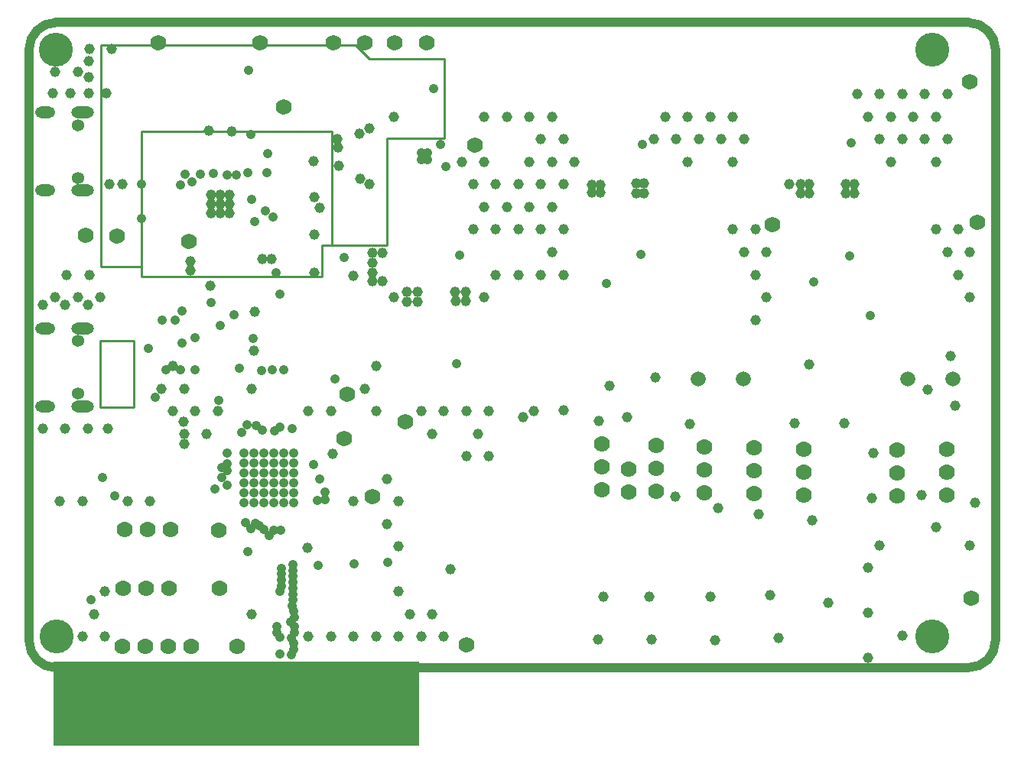
<source format=gbr>
%TF.GenerationSoftware,Altium Limited,Altium Designer,25.6.2 (33)*%
G04 Layer_Physical_Order=3*
G04 Layer_Color=128*
%FSLAX45Y45*%
%MOMM*%
%TF.SameCoordinates,2E975FAE-7BB7-4674-B285-B64E5795C48D*%
%TF.FilePolarity,Negative*%
%TF.FileFunction,Copper,L3,Inr,Plane*%
%TF.Part,Single*%
G01*
G75*
%TA.AperFunction,NonConductor*%
%ADD86C,1.01600*%
%ADD87C,0.25400*%
%ADD88R,40.57961X9.30000*%
%TA.AperFunction,ComponentPad*%
%ADD89C,1.76200*%
%ADD90C,1.77800*%
%ADD91C,1.66200*%
%ADD92C,1.36200*%
%ADD93O,2.51200X1.31200*%
%ADD94O,2.21200X1.31200*%
%TA.AperFunction,ViaPad*%
%ADD95C,1.16200*%
%ADD96C,1.06200*%
%ADD97C,1.06680*%
%TA.AperFunction,ComponentPad*%
%ADD98C,3.76200*%
D86*
X300000Y6300000D02*
G03*
X0Y6000000I0J-300000D01*
G01*
X10700000D02*
G03*
X10400000Y6300000I-300000J0D01*
G01*
Y-850000D02*
G03*
X10700000Y-550000I0J300000D01*
G01*
X0D02*
G03*
X300000Y-850000I300000J0D01*
G01*
X0Y-550000D02*
Y6000000D01*
X300000Y6300000D02*
X10400000D01*
X10700000Y-550000D02*
Y6000000D01*
X4011014Y-850000D02*
X10400000D01*
X3261014Y-1600000D02*
X4011014Y-850000D01*
X1175288Y-1600000D02*
X3261014D01*
X425287Y-850000D02*
X1175288Y-1600000D01*
X300000Y-850000D02*
X425287D01*
D87*
X3354912Y3830371D02*
Y3900769D01*
X3240000Y3830371D02*
X3354912D01*
X3240000Y3763530D02*
Y3830371D01*
Y3480371D02*
Y3770988D01*
X1242263Y3480371D02*
X3240000D01*
X1242263D02*
Y3596288D01*
X3617661Y6047252D02*
X3764912Y5900000D01*
X1242263Y3596288D02*
Y3900000D01*
X800000Y3596288D02*
Y3900000D01*
X1131697Y3596288D02*
X1242263D01*
X800000D02*
X910566D01*
X784913Y2038632D02*
X1163632D01*
Y2770000D01*
X784913D02*
X1163632D01*
X784913Y2038632D02*
Y2770000D01*
X3960000Y3830371D02*
Y5020000D01*
X4600000D01*
Y5900000D01*
X3764912D02*
X4600000D01*
X910566Y3596288D02*
X1131697D01*
X1242263Y3900000D02*
Y5096938D01*
X3354912D01*
Y3885901D02*
Y5096938D01*
Y3830371D02*
X3960000D01*
X800000Y6047252D02*
X3617661D01*
X800000Y3900000D02*
Y6047252D01*
D88*
X2297873Y-1250695D02*
D03*
D89*
X10416440Y5647440D02*
D03*
X10430000Y-83910D02*
D03*
X4840000Y-600000D02*
D03*
X2554913Y6075156D02*
D03*
X1434065D02*
D03*
X2823006Y5365700D02*
D03*
X978033Y3935931D02*
D03*
X1766667Y3875000D02*
D03*
X3373223Y6075156D02*
D03*
X4050000D02*
D03*
X3714912D02*
D03*
X4404100D02*
D03*
X4168143Y1879824D02*
D03*
X3803662Y1044851D02*
D03*
X3491264Y1693058D02*
D03*
X4938290Y4943371D02*
D03*
X3524073Y2178717D02*
D03*
X8230000Y4060000D02*
D03*
X10500000Y4087440D02*
D03*
X630584Y3945371D02*
D03*
D90*
X2108586Y26254D02*
D03*
X1554390D02*
D03*
X1046390D02*
D03*
X1300390D02*
D03*
X2100695Y674137D02*
D03*
X1563057Y680688D02*
D03*
X1055057D02*
D03*
X1309057D02*
D03*
X2302695Y-610006D02*
D03*
X1794695D02*
D03*
X1540695D02*
D03*
X1286695D02*
D03*
X1032695D02*
D03*
X10164062Y1570269D02*
D03*
Y1062269D02*
D03*
Y1316269D02*
D03*
X9608463Y1560269D02*
D03*
Y1052269D02*
D03*
Y1306269D02*
D03*
X8579212Y1572361D02*
D03*
Y1064361D02*
D03*
Y1318361D02*
D03*
X8028904Y1589030D02*
D03*
Y1081030D02*
D03*
Y1335030D02*
D03*
X7478904Y1594029D02*
D03*
Y1086029D02*
D03*
Y1340029D02*
D03*
X6939904Y1609529D02*
D03*
Y1101529D02*
D03*
Y1355529D02*
D03*
X6636904Y1351151D02*
D03*
Y1097151D02*
D03*
X6342500Y1626173D02*
D03*
Y1118173D02*
D03*
Y1372173D02*
D03*
D91*
X7908000Y2349992D02*
D03*
X7408000D02*
D03*
X10230000D02*
D03*
X9730000D02*
D03*
D92*
X544912Y4580372D02*
D03*
Y5160371D02*
D03*
X544913Y2190000D02*
D03*
Y2770000D02*
D03*
D93*
X594912Y5302872D02*
D03*
Y4437871D02*
D03*
X594912Y2912500D02*
D03*
Y2047500D02*
D03*
D94*
X174912Y4437871D02*
D03*
Y5302872D02*
D03*
X174913Y2047500D02*
D03*
Y2912500D02*
D03*
D95*
X3154831Y3526289D02*
D03*
Y3951289D02*
D03*
X3591840Y3492619D02*
D03*
X3360000Y1520000D02*
D03*
X4670000Y240000D02*
D03*
X4041439Y5255419D02*
D03*
X3764912Y5128371D02*
D03*
X3664929Y4569971D02*
D03*
X3764912Y4508371D02*
D03*
X3841840Y2492619D02*
D03*
X4723353Y3215372D02*
D03*
X4720000Y3314817D02*
D03*
X3654912Y5068371D02*
D03*
X3841840Y1992619D02*
D03*
X3716840Y2242619D02*
D03*
X4466840Y1742619D02*
D03*
X4341840Y1992619D02*
D03*
X4591840D02*
D03*
X4301176Y3205770D02*
D03*
Y3314817D02*
D03*
X4184881Y3311125D02*
D03*
X1709447Y1879824D02*
D03*
X1715433Y1626173D02*
D03*
X5591840Y1992619D02*
D03*
X5091840D02*
D03*
X4966840Y1742619D02*
D03*
X5091840Y1492619D02*
D03*
X4841840Y1992619D02*
D03*
Y1492619D02*
D03*
X4466840Y-257381D02*
D03*
X4591840Y-507381D02*
D03*
X4216840Y-257381D02*
D03*
X4341840Y-507381D02*
D03*
X3966840Y1242619D02*
D03*
X4091840Y992619D02*
D03*
X3966840Y742619D02*
D03*
X4091840Y492619D02*
D03*
Y-7381D02*
D03*
Y-507381D02*
D03*
X3841840D02*
D03*
X3591840Y992619D02*
D03*
Y-507381D02*
D03*
X3216840Y4242619D02*
D03*
X3341840Y1992619D02*
D03*
Y-507381D02*
D03*
X3091840Y1992619D02*
D03*
Y-507381D02*
D03*
X2466840Y2242619D02*
D03*
Y-257381D02*
D03*
X2091840Y1992619D02*
D03*
X1966840Y1742619D02*
D03*
X1716840Y2242619D02*
D03*
X1841840Y1992619D02*
D03*
X1716840Y1742619D02*
D03*
X1591840Y2492619D02*
D03*
X1466840Y2242619D02*
D03*
X1591840Y1992619D02*
D03*
X1341840Y992619D02*
D03*
X1091840D02*
D03*
X841840Y-7381D02*
D03*
X716840Y-257381D02*
D03*
X841840Y-507381D02*
D03*
X591840Y992619D02*
D03*
Y-507381D02*
D03*
X341840Y992619D02*
D03*
X2489912Y2663581D02*
D03*
X2494813Y3091294D02*
D03*
X3425543Y4918371D02*
D03*
X3429964Y4713371D02*
D03*
X8635000Y2512969D02*
D03*
X6937500Y2362500D02*
D03*
X6309984Y1884138D02*
D03*
X6622212Y1924138D02*
D03*
X7318204Y1849139D02*
D03*
X8475218Y1860000D02*
D03*
X9022683D02*
D03*
X8668514Y780000D02*
D03*
X8076144Y850000D02*
D03*
X7153920Y1043971D02*
D03*
X7626940Y915073D02*
D03*
X6357193Y-60163D02*
D03*
X6871380Y-59707D02*
D03*
X7547428D02*
D03*
X8208182Y-50000D02*
D03*
X8844917Y-130000D02*
D03*
X8301587Y-517236D02*
D03*
X7596341Y-549984D02*
D03*
X6896828Y-534141D02*
D03*
X6299424D02*
D03*
X9333145Y1025977D02*
D03*
X10041440Y711020D02*
D03*
X9952683Y2230000D02*
D03*
X9350000Y1529285D02*
D03*
X9885183Y1062269D02*
D03*
X10470000Y976717D02*
D03*
X10207138Y2600000D02*
D03*
X10253364Y2050000D02*
D03*
X8041440Y4005419D02*
D03*
X8166440Y3755419D02*
D03*
X8041440Y3505419D02*
D03*
X8166440Y3255419D02*
D03*
X8041440Y3005419D02*
D03*
X7791440Y4005419D02*
D03*
X7916440Y3755419D02*
D03*
X10291440Y4005419D02*
D03*
X10416440Y3755419D02*
D03*
X10291440Y3505419D02*
D03*
X10416440Y3255419D02*
D03*
X10041440Y4005419D02*
D03*
X10166440Y3755419D02*
D03*
X10416440Y505419D02*
D03*
X10166440Y5505419D02*
D03*
X10041440Y5255419D02*
D03*
X10166440Y5005419D02*
D03*
X10041440Y4755419D02*
D03*
X9916440Y5505419D02*
D03*
X9791440Y5255419D02*
D03*
X9916440Y5005419D02*
D03*
X9666440Y5505419D02*
D03*
X9541440Y5255419D02*
D03*
X9666440Y5005419D02*
D03*
X9541440Y4755419D02*
D03*
X9666440Y-494581D02*
D03*
X9416440Y5505419D02*
D03*
X9291440Y5255419D02*
D03*
X9416440Y5005419D02*
D03*
Y505419D02*
D03*
X9291440Y255419D02*
D03*
Y-244581D02*
D03*
Y-744581D02*
D03*
X9166440Y5505419D02*
D03*
X8416440Y4505419D02*
D03*
X7791440Y5255419D02*
D03*
X7916440Y5005419D02*
D03*
X7791440Y4755419D02*
D03*
X7541440Y5255419D02*
D03*
X7666440Y5005419D02*
D03*
X7291440Y5255419D02*
D03*
X7416440Y5005419D02*
D03*
X7291440Y4755419D02*
D03*
X7041440Y5255419D02*
D03*
X7166440Y5005419D02*
D03*
X6916440D02*
D03*
X6041440Y4755419D02*
D03*
X5791440Y5255419D02*
D03*
X5916440Y5005419D02*
D03*
X5791440Y4755419D02*
D03*
X5916440Y4505419D02*
D03*
X5791440Y4255419D02*
D03*
X5916440Y4005419D02*
D03*
X5791440Y3755419D02*
D03*
X5916440Y3505419D02*
D03*
Y2005419D02*
D03*
X5541440Y5255419D02*
D03*
X5666440Y5005419D02*
D03*
X5541440Y4755419D02*
D03*
X5666440Y4505419D02*
D03*
X5541440Y4255419D02*
D03*
X5666440Y4005419D02*
D03*
Y3505419D02*
D03*
X5291440Y5255419D02*
D03*
X5416440Y4505419D02*
D03*
X5291440Y4255419D02*
D03*
X5416440Y4005419D02*
D03*
Y3505419D02*
D03*
X5041439Y5255419D02*
D03*
Y4755419D02*
D03*
X5166440Y4505419D02*
D03*
X5041439Y4255419D02*
D03*
X5166440Y4005419D02*
D03*
Y3505419D02*
D03*
X5041439Y3255419D02*
D03*
X4791439Y4755419D02*
D03*
X4916439Y4505419D02*
D03*
Y4005419D02*
D03*
X4041439Y3255419D02*
D03*
X3416439Y5005419D02*
D03*
X916439Y6005419D02*
D03*
X791439Y3255419D02*
D03*
X666439Y6005419D02*
D03*
X541439Y5755419D02*
D03*
X666439Y3505419D02*
D03*
X541439Y3255419D02*
D03*
X291439Y5755419D02*
D03*
X416439Y3505419D02*
D03*
X291439Y3255419D02*
D03*
X6804948Y4403210D02*
D03*
Y4516755D02*
D03*
X6720000Y4403210D02*
D03*
X6720500Y4516755D02*
D03*
X6235000Y4418354D02*
D03*
Y4497440D02*
D03*
X6329560Y4418354D02*
D03*
Y4497440D02*
D03*
X8545000Y4410000D02*
D03*
Y4505000D02*
D03*
X8635000Y4410000D02*
D03*
X8636278Y4510000D02*
D03*
X9135000Y4410000D02*
D03*
Y4505000D02*
D03*
X9046341Y4410000D02*
D03*
Y4510000D02*
D03*
X4839490Y3215372D02*
D03*
Y3311125D02*
D03*
X4184881Y3205770D02*
D03*
X3800000Y3750000D02*
D03*
X2243481Y5096938D02*
D03*
X1784412Y3555371D02*
D03*
Y3655371D02*
D03*
X2114912Y4190372D02*
D03*
X2014912Y4290372D02*
D03*
Y4390371D02*
D03*
X5469104Y1924138D02*
D03*
X3800000Y3530000D02*
D03*
Y3640000D02*
D03*
X3910000Y3430000D02*
D03*
X3800000D02*
D03*
X3910000Y3750000D02*
D03*
X875000Y1800000D02*
D03*
X650000D02*
D03*
X400000D02*
D03*
X150000D02*
D03*
X650000Y3175000D02*
D03*
X400000D02*
D03*
X150000D02*
D03*
X3083880Y475438D02*
D03*
X6425000Y2270000D02*
D03*
X2004912Y3385371D02*
D03*
X2584912Y3680372D02*
D03*
X2684912D02*
D03*
X859912Y5520371D02*
D03*
X659912D02*
D03*
Y5695372D02*
D03*
Y5870372D02*
D03*
X459912Y5520371D02*
D03*
X3152331Y4765371D02*
D03*
X3157331Y4362872D02*
D03*
X2114912Y4290372D02*
D03*
X2214912D02*
D03*
Y4190372D02*
D03*
X2014912D02*
D03*
X2114912Y4390371D02*
D03*
X2214912D02*
D03*
X1989481Y5098851D02*
D03*
X259912Y5520371D02*
D03*
X889912Y4509972D02*
D03*
X1037712Y4505371D02*
D03*
D96*
X3387447Y2352796D02*
D03*
X2456848Y5055371D02*
D03*
X4480550Y5565119D02*
D03*
X2417117Y1839490D02*
D03*
X2917301Y1797917D02*
D03*
X2132764Y1255579D02*
D03*
X2062412Y1134083D02*
D03*
X3276359Y1098148D02*
D03*
X2601283Y677901D02*
D03*
X2711973Y672576D02*
D03*
X2788814D02*
D03*
X2656283Y618131D02*
D03*
X2420000Y440000D02*
D03*
X2550853Y728206D02*
D03*
X2396297Y754907D02*
D03*
X2456283Y693185D02*
D03*
X2503405Y753639D02*
D03*
X3192161Y1003335D02*
D03*
X3276359Y1013032D02*
D03*
X2356137Y1754558D02*
D03*
X2516347Y1832864D02*
D03*
X2586037Y1778649D02*
D03*
X2716109Y1774490D02*
D03*
X2776283Y1816988D02*
D03*
X3216840Y1242619D02*
D03*
X817212Y1255579D02*
D03*
X2697964Y4144280D02*
D03*
X2618313Y4211593D02*
D03*
X2639912Y4845372D02*
D03*
X2931283Y976139D02*
D03*
X2821283D02*
D03*
X2711283D02*
D03*
X2601283D02*
D03*
X2491283D02*
D03*
X2381283D02*
D03*
X2931283Y1086139D02*
D03*
X2821283D02*
D03*
X2711283D02*
D03*
X2601283D02*
D03*
X2491283D02*
D03*
X2381283D02*
D03*
X2931283Y1196139D02*
D03*
X2821283D02*
D03*
X2711283D02*
D03*
X2601283D02*
D03*
X2491283D02*
D03*
X2381283D02*
D03*
X2931283Y1306139D02*
D03*
X2821283D02*
D03*
X2711283D02*
D03*
X2601283D02*
D03*
X2491283D02*
D03*
X2381283D02*
D03*
X2931283Y1416139D02*
D03*
X2821283D02*
D03*
X2711283D02*
D03*
X2601283D02*
D03*
X2491283D02*
D03*
X2381283D02*
D03*
X2931283Y1526139D02*
D03*
X2821283D02*
D03*
X2711283D02*
D03*
X2601283D02*
D03*
X2491283D02*
D03*
X2381283D02*
D03*
X2132764Y1370979D02*
D03*
X3148783Y1405171D02*
D03*
X4559194Y4946931D02*
D03*
X8690812Y3422440D02*
D03*
X9310000Y3050000D02*
D03*
X3973156Y320901D02*
D03*
X3199847Y287386D02*
D03*
X687412Y-93636D02*
D03*
X2746870Y-391942D02*
D03*
X2745542Y-457328D02*
D03*
X2778598Y-513759D02*
D03*
X2778598Y-701560D02*
D03*
X2906709Y-707511D02*
D03*
X2929767Y-646311D02*
D03*
Y-580911D02*
D03*
X2906709Y-519711D02*
D03*
X2938936Y-462803D02*
D03*
X2939528Y-397405D02*
D03*
X2900369Y-345025D02*
D03*
X2792228Y253653D02*
D03*
Y188253D02*
D03*
Y122853D02*
D03*
Y57453D02*
D03*
X2777663Y-6305D02*
D03*
X2939769Y-291402D02*
D03*
X2934311Y-226230D02*
D03*
X2914880Y-163783D02*
D03*
X2924767Y-99135D02*
D03*
X2920398Y-33881D02*
D03*
X2920338Y31519D02*
D03*
Y96919D02*
D03*
Y162319D02*
D03*
Y227719D02*
D03*
Y293119D02*
D03*
X3491264Y3696221D02*
D03*
X3596173Y298036D02*
D03*
X1731712Y4619031D02*
D03*
X2041481Y4626405D02*
D03*
X1901481Y4617319D02*
D03*
X1804912Y4538371D02*
D03*
X2191481Y4613451D02*
D03*
X2434896Y5770000D02*
D03*
X1680000Y4500371D02*
D03*
X1690000Y2745000D02*
D03*
X2331481Y2466250D02*
D03*
X2014591Y3197857D02*
D03*
X1839555Y2809982D02*
D03*
X1400000Y2148717D02*
D03*
X1475570Y3005000D02*
D03*
X1690000Y3100371D02*
D03*
X1616557Y3000000D02*
D03*
X2193783Y1531139D02*
D03*
Y1411139D02*
D03*
X2101781Y2110000D02*
D03*
X2116481Y2943910D02*
D03*
X2193783Y1331139D02*
D03*
X946237Y1056139D02*
D03*
X2193783Y1171299D02*
D03*
X1320000Y2690000D02*
D03*
X1840000Y2450000D02*
D03*
X2576283Y2442421D02*
D03*
X1520000Y2450000D02*
D03*
X1680000D02*
D03*
X2270110Y3060000D02*
D03*
X2481727Y2802500D02*
D03*
X2780813Y3285413D02*
D03*
X2696283Y2455000D02*
D03*
X2821283D02*
D03*
X9101240Y4965641D02*
D03*
X9085000Y3710000D02*
D03*
X6795000Y4945000D02*
D03*
X6774938Y3730503D02*
D03*
X6394091Y3412088D02*
D03*
X4613600Y4700372D02*
D03*
X4730000Y2520000D02*
D03*
X4770000Y3720000D02*
D03*
X2494912Y4090372D02*
D03*
X2734912Y3526289D02*
D03*
X2419843Y4632341D02*
D03*
X2462477Y4340372D02*
D03*
X2634912Y4632341D02*
D03*
X1242263Y4505371D02*
D03*
Y4131589D02*
D03*
X2297981Y4613451D02*
D03*
D97*
X4414912Y4778371D02*
D03*
Y4858371D02*
D03*
X4344912D02*
D03*
Y4778371D02*
D03*
D98*
X302747Y-499994D02*
D03*
X300000Y6000000D02*
D03*
X10000000D02*
D03*
Y-500000D02*
D03*
%TF.MD5,dbd47a4cdde16990840f95fd4304014d*%
M02*

</source>
